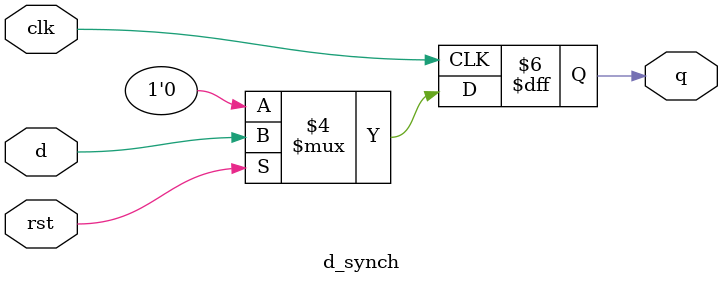
<source format=v>
`timescale 1s/1ns



module d_synch(input d,clk,rst,output reg q);


always@(posedge clk)
begin
if(!rst)
q<=0;
else
q<=d;

end
endmodule

</source>
